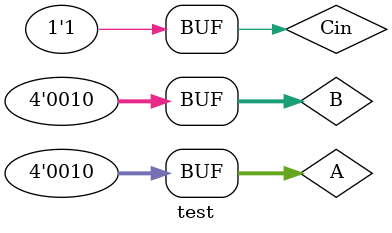
<source format=v>
`timescale 1ns / 100ps
module test; //test bench module
wire [3:0]S; //outputs from 4-bit adder
wire Cout;
reg [3:0]A, B;
reg Cin; 
four_bit_adder DUT(A,B,Cin,S,Cout); //instantiate the device under test (half adder)
initial
begin
$dumpfile("adder_data.vcd");
$dumpvars(0,DUT);
end
initial begin
//$timeformat(-9, 1, " ns", 6);
A = 4'd0; B = 4'd0; Cin=0;
#10 A = 4'd7; B=4'd2;
#10 A = 4'd5; B=4'd8;
#10 A = 4'd9; B=4'd11;
#10 A = 4'd2; B=4'd2;Cin=1;
#10;
end
always @(A or B)
$display("%d A=%b B=%b S=%b",$time, A,B,S);
endmodule


</source>
